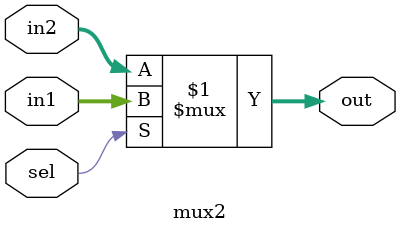
<source format=v>
module mux2(in1, in2, out, sel);

parameter DATA_SIZE = 32;

input [DATA_SIZE-1:0] in1;
input [DATA_SIZE-1:0] in2;

input sel;

output [DATA_SIZE-1:0] out;

assign out = (sel)?in1:in2;
	
endmodule

</source>
